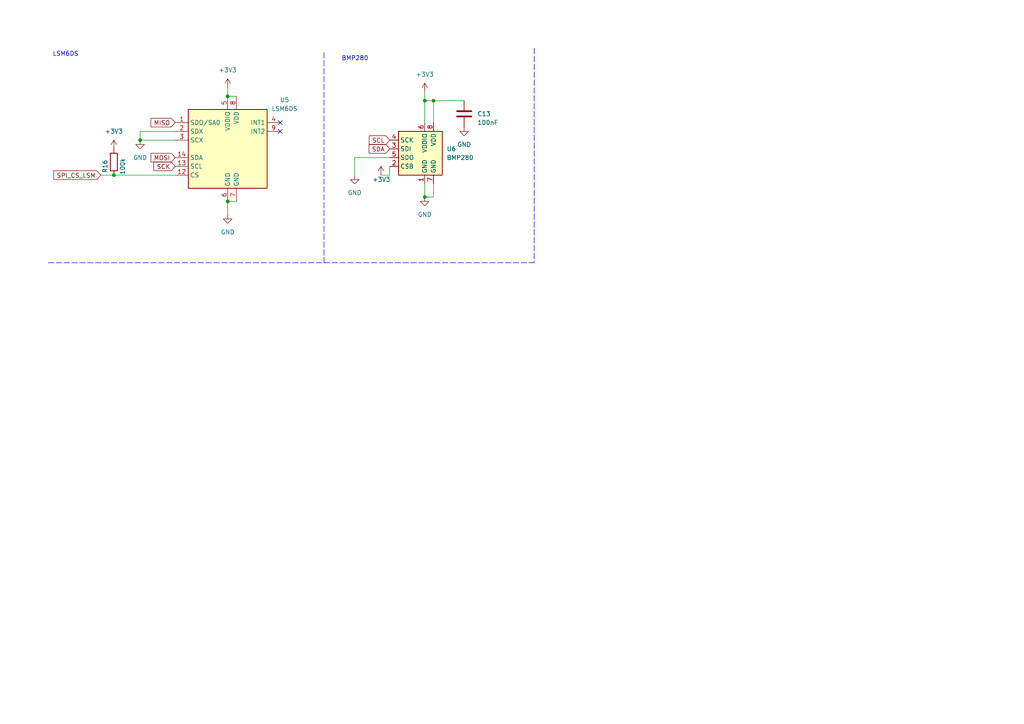
<source format=kicad_sch>
(kicad_sch (version 20211123) (generator eeschema)
  (paper "A4")
  (lib_symbols
    (symbol "Device:C" (pin_numbers hide) (pin_names (offset 0.254))
      (property "Reference" "C" (at 0.635 2.54 0))
      (property "Value" "C" (at 0.635 -2.54 0))
      (symbol "C_0_1"
        (polyline (pts (xy -2.032 -0.762) (xy 2.032 -0.762)) (stroke (width 0.508)))
        (polyline (pts (xy -2.032 0.762) (xy 2.032 0.762)) (stroke (width 0.508)))
      )
      (symbol "C_1_1"
        (pin passive line (at 0 3.81 270) (length 2.794) (name "~") (number "1"))
        (pin passive line (at 0 -3.81 90) (length 2.794) (name "~") (number "2"))
      )
    )
    (symbol "Device:R" (pin_numbers hide) (pin_names (offset 0))
      (property "Reference" "R" (at 2.032 0 90))
      (property "Value" "R" (at 0 0 90))
      (symbol "R_0_1"
        (rectangle (start -1.016 -2.54) (end 1.016 2.54) (stroke (width 0.254)))
      )
      (symbol "R_1_1"
        (pin passive line (at 0 3.81 270) (length 1.27) (name "~") (number "1"))
        (pin passive line (at 0 -3.81 90) (length 1.27) (name "~") (number "2"))
      )
    )
    (symbol "Sensor_Motion:LSM6DS3"
      (property "Reference" "U" (at -11.43 15.24 0))
      (property "Value" "LSM6DS3" (at -11.43 12.7 0))
      (symbol "LSM6DS3_0_1"
        (rectangle (start 11.43 11.43) (end -11.43 -11.43) (stroke (width 0.254)) (fill (type background)))
      )
      (symbol "LSM6DS3_1_1"
        (pin bidirectional line (at -15.24 7.62 0) (length 3.81) (name "SDO/SA0") (number "1"))
        (pin no_connect line (at 10.16 -5.08 180) (length 3.81) hide (name "NC") (number "10"))
        (pin no_connect line (at 10.16 -2.54 180) (length 3.81) hide (name "NC") (number "11"))
        (pin input line (at -15.24 -7.62 0) (length 3.81) (name "CS") (number "12"))
        (pin input line (at -15.24 -5.08 0) (length 3.81) (name "SCL") (number "13"))
        (pin bidirectional line (at -15.24 -2.54 0) (length 3.81) (name "SDA") (number "14"))
        (pin bidirectional line (at -15.24 5.08 0) (length 3.81) (name "SDX") (number "2"))
        (pin input line (at -15.24 2.54 0) (length 3.81) (name "SCX") (number "3"))
        (pin output line (at 15.24 7.62 180) (length 3.81) (name "INT1") (number "4"))
        (pin power_in line (at 0 15.24 270) (length 3.81) (name "VDDIO") (number "5"))
        (pin power_in line (at 0 -15.24 90) (length 3.81) (name "GND") (number "6"))
        (pin power_in line (at 2.54 -15.24 90) (length 3.81) (name "GND") (number "7"))
        (pin power_in line (at 2.54 15.24 270) (length 3.81) (name "VDD") (number "8"))
        (pin output line (at 15.24 5.08 180) (length 3.81) (name "INT2") (number "9"))
      )
    )
    (symbol "Sensor_Pressure:BMP280"
      (property "Reference" "U" (at -7.62 10.16 0))
      (property "Value" "BMP280" (at 5.08 10.16 0))
      (symbol "BMP280_0_1"
        (rectangle (start -7.62 -5.08) (end 5.08 7.62) (stroke (width 0.254)) (fill (type background)))
      )
      (symbol "BMP280_1_1"
        (pin power_in line (at 0 -7.62 90) (length 2.54) (name "GND") (number "1"))
        (pin input line (at -10.16 -2.54 0) (length 2.54) (name "CSB") (number "2"))
        (pin bidirectional line (at -10.16 2.54 0) (length 2.54) (name "SDI") (number "3"))
        (pin input line (at -10.16 5.08 0) (length 2.54) (name "SCK") (number "4"))
        (pin bidirectional line (at -10.16 0 0) (length 2.54) (name "SDO") (number "5"))
        (pin power_in line (at 0 10.16 270) (length 2.54) (name "VDDIO") (number "6"))
        (pin power_in line (at 2.54 -7.62 90) (length 2.54) (name "GND") (number "7"))
        (pin power_in line (at 2.54 10.16 270) (length 2.54) (name "VDD") (number "8"))
      )
    )
    (symbol "power:+3.3V" (power) (pin_names (offset 0))
      (property "Value" "+3.3V" (at 0 3.556 0))
      (symbol "+3.3V_0_1"
        (polyline (pts (xy -0.762 1.27) (xy 0 2.54)))
        (polyline (pts (xy 0 0) (xy 0 2.54)))
        (polyline (pts (xy 0 2.54) (xy 0.762 1.27)))
      )
      (symbol "+3.3V_1_1"
        (pin power_in line (at 0 0 90) (length 0) hide (name "+3V3") (number "1"))
      )
    )
    (symbol "power:GND" (power) (pin_names (offset 0))
      (property "Value" "GND" (at 0 -3.81 0))
      (symbol "GND_0_1"
        (polyline (pts (xy 0 0) (xy 0 -1.27) (xy 1.27 -1.27) (xy 0 -2.54) (xy -1.27 -1.27) (xy 0 -1.27)))
      )
      (symbol "GND_1_1"
        (pin power_in line (at 0 0 270) (length 0) hide (name "GND") (number "1"))
      )
    )
  )
  (junction (at 40.64 40.64))
  (junction (at 66.04 58.42))
  (junction (at 123.19 29.21))
  (junction (at 33.02 50.8))
  (junction (at 66.04 27.94))
  (junction (at 125.73 29.21))
  (junction (at 123.19 57.15))
  (no_connect (at 81.28 35.56))
  (no_connect (at 81.28 38.1))
  (wire (pts (xy 125.73 29.21) (xy 134.62 29.21)))
  (wire (pts (xy 125.73 29.21) (xy 125.73 35.56)))
  (wire (pts (xy 113.03 50.8) (xy 110.49 50.8)))
  (polyline (pts (xy 154.94 13.97) (xy 154.94 76.2)))
  (wire (pts (xy 125.73 57.15) (xy 123.19 57.15)))
  (wire (pts (xy 102.87 45.72) (xy 113.03 45.72)))
  (wire (pts (xy 29.21 50.8) (xy 33.02 50.8)))
  (wire (pts (xy 102.87 45.72) (xy 102.87 50.8)))
  (polyline (pts (xy 93.98 15.24) (xy 93.98 76.2)))
  (wire (pts (xy 66.04 25.4) (xy 66.04 27.94)))
  (polyline (pts (xy 13.97 76.2) (xy 93.98 76.2)))
  (wire (pts (xy 123.19 29.21) (xy 123.19 26.67)))
  (wire (pts (xy 123.19 53.34) (xy 123.19 57.15)))
  (wire (pts (xy 125.73 29.21) (xy 123.19 29.21)))
  (wire (pts (xy 40.64 38.1) (xy 50.8 38.1)))
  (wire (pts (xy 66.04 58.42) (xy 68.58 58.42)))
  (wire (pts (xy 68.58 27.94) (xy 66.04 27.94)))
  (wire (pts (xy 125.73 53.34) (xy 125.73 57.15)))
  (polyline (pts (xy 93.98 76.2) (xy 154.94 76.2)))
  (wire (pts (xy 40.64 38.1) (xy 40.64 40.64)))
  (wire (pts (xy 113.03 48.26) (xy 113.03 50.8)))
  (wire (pts (xy 33.02 50.8) (xy 50.8 50.8)))
  (wire (pts (xy 123.19 29.21) (xy 123.19 35.56)))
  (wire (pts (xy 40.64 40.64) (xy 50.8 40.64)))
  (wire (pts (xy 66.04 58.42) (xy 66.04 62.23)))
  (text "BMP280" (at 99.06 17.78 0) (effects (font (size 1.27 1.27)) (justify left bottom)))
  (text "LSM6DS" (at 15.24 16.51 0) (effects (font (size 1.27 1.27)) (justify left bottom)))
  (global_label "MOSI" (shape input) (at 50.8 45.72 180) (property "Intersheet References" "${INTERSHEET_REFS}" (effects hide)))
  (global_label "SPI_CS_LSM" (shape input) (at 29.21 50.8 180) (property "Intersheet References" "${INTERSHEET_REFS}" (effects hide)))
  (global_label "MISO" (shape input) (at 50.8 35.56 180) (property "Intersheet References" "${INTERSHEET_REFS}" (effects hide)))
  (global_label "SDA" (shape input) (at 113.03 43.18 180) (property "Intersheet References" "${INTERSHEET_REFS}" (effects hide)))
  (global_label "SCK" (shape input) (at 50.8 48.26 180) (property "Intersheet References" "${INTERSHEET_REFS}" (effects hide)))
  (global_label "SCL" (shape input) (at 113.03 40.64 180) (property "Intersheet References" "${INTERSHEET_REFS}" (effects hide)))
  (symbol (lib_id "power:GND") (at 102.87 50.8 0) (unit 1)
    (property "Reference" "#PWR0150" (effects hide))
    (property "Value" "GND" (at 102.87 55.88 0))
  )
  (symbol (lib_id "power:+3.3V") (at 66.04 25.4 0) (unit 1)
    (property "Reference" "#PWR0154" (effects hide))
    (property "Value" "+3.3V" (at 66.04 20.32 0))
  )
  (symbol (lib_id "Device:C") (at 134.62 33.02 0) (unit 1)
    (property "Reference" "C13" (at 138.43 33.02 0) (effects (justify left)))
    (property "Value" "100nF" (at 138.43 35.56 0) (effects (justify left)))
    (property "Footprint" "Capacitor_SMD:C_0402_1005Metric_Pad0.74x0.62mm_HandSolder" (effects hide))
  )
  (symbol (lib_id "power:GND") (at 134.62 36.83 0) (unit 1)
    (property "Reference" "#PWR0149" (effects hide))
    (property "Value" "GND" (at 134.62 41.91 0))
  )
  (symbol (lib_id "power:+3.3V") (at 123.19 26.67 0) (unit 1)
    (property "Reference" "#PWR0147" (effects hide))
    (property "Value" "+3.3V" (at 123.19 21.59 0))
  )
  (symbol (lib_id "power:+3.3V") (at 33.02 43.18 0) (unit 1)
    (property "Reference" "#PWR0153" (effects hide))
    (property "Value" "+3.3V" (at 33.02 38.1 0))
  )
  (symbol (lib_id "power:+3.3V") (at 110.49 50.8 0) (unit 1)
    (property "Reference" "#PWR0151" (effects hide))
    (property "Value" "+3.3V" (at 107.95 52.07 0) (effects (justify left)))
  )
  (symbol (lib_id "power:GND") (at 123.19 57.15 0) (unit 1)
    (property "Reference" "#PWR0148" (effects hide))
    (property "Value" "GND" (at 123.19 62.23 0))
  )
  (symbol (lib_id "Sensor_Motion:LSM6DS3") (at 66.04 43.18 0) (unit 1)
    (property "Reference" "U5" (at 82.55 28.9812 0))
    (property "Value" "LSM6DS" (at 82.55 31.5212 0))
    (property "Footprint" "Package_LGA:LGA-14_3x2.5mm_P0.5mm_LayoutBorder3x4y" (effects hide))
    (property "Datasheet" "www.st.com/resource/en/datasheet/lsm6ds3.pdf" (effects hide))
  )
  (symbol (lib_id "power:GND") (at 66.04 62.23 0) (unit 1)
    (property "Reference" "#PWR0156" (effects hide))
    (property "Value" "GND" (at 66.04 67.31 0))
  )
  (symbol (lib_id "power:GND") (at 40.64 40.64 0) (unit 1)
    (property "Reference" "#PWR0155" (effects hide))
    (property "Value" "GND" (at 40.64 45.72 0))
  )
  (symbol (lib_id "Device:R") (at 33.02 46.99 0) (unit 1)
    (property "Reference" "R16" (at 30.48 48.26 90))
    (property "Value" "100k" (at 35.56 48.26 90))
    (property "Footprint" "Resistor_SMD:R_0402_1005Metric_Pad0.72x0.64mm_HandSolder" (effects hide))
  )
  (symbol (lib_id "Sensor_Pressure:BMP280") (at 123.19 45.72 0) (unit 1)
    (property "Reference" "U6" (at 129.54 43.1799 0) (effects (justify left)))
    (property "Value" "BMP280" (at 129.54 45.7199 0) (effects (justify left)))
    (property "Footprint" "Package_LGA:Bosch_LGA-8_2x2.5mm_P0.65mm_ClockwisePinNumbering" (effects hide))
    (property "Datasheet" "https://ae-bst.resource.bosch.com/media/_tech/media/datasheets/BST-BMP280-DS001.pdf" (effects hide))
  )
)
</source>
